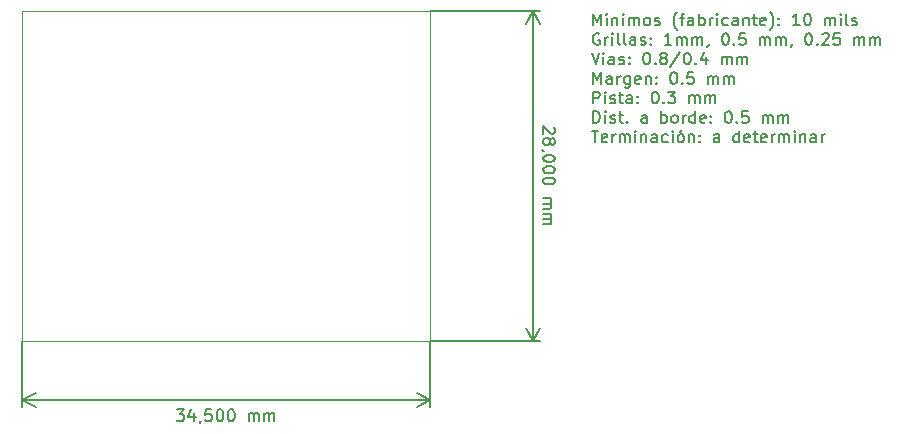
<source format=gbr>
%TF.GenerationSoftware,KiCad,Pcbnew,5.1.10-88a1d61d58~88~ubuntu18.04.1*%
%TF.CreationDate,2021-10-13T20:11:08-03:00*%
%TF.ProjectId,ConversorDCDC,436f6e76-6572-4736-9f72-444344432e6b,1.0*%
%TF.SameCoordinates,Original*%
%TF.FileFunction,OtherDrawing,Comment*%
%FSLAX46Y46*%
G04 Gerber Fmt 4.6, Leading zero omitted, Abs format (unit mm)*
G04 Created by KiCad (PCBNEW 5.1.10-88a1d61d58~88~ubuntu18.04.1) date 2021-10-13 20:11:08*
%MOMM*%
%LPD*%
G01*
G04 APERTURE LIST*
%ADD10C,0.150000*%
%TA.AperFunction,Profile*%
%ADD11C,0.050000*%
%TD*%
G04 APERTURE END LIST*
D10*
X128335595Y-99752380D02*
X128335595Y-98752380D01*
X128668928Y-99466666D01*
X129002261Y-98752380D01*
X129002261Y-99752380D01*
X129478452Y-99752380D02*
X129478452Y-99085714D01*
X129573690Y-98704761D02*
X129430833Y-98847619D01*
X129954642Y-99085714D02*
X129954642Y-99752380D01*
X129954642Y-99180952D02*
X130002261Y-99133333D01*
X130097500Y-99085714D01*
X130240357Y-99085714D01*
X130335595Y-99133333D01*
X130383214Y-99228571D01*
X130383214Y-99752380D01*
X130859404Y-99752380D02*
X130859404Y-99085714D01*
X130859404Y-98752380D02*
X130811785Y-98800000D01*
X130859404Y-98847619D01*
X130907023Y-98800000D01*
X130859404Y-98752380D01*
X130859404Y-98847619D01*
X131335595Y-99752380D02*
X131335595Y-99085714D01*
X131335595Y-99180952D02*
X131383214Y-99133333D01*
X131478452Y-99085714D01*
X131621309Y-99085714D01*
X131716547Y-99133333D01*
X131764166Y-99228571D01*
X131764166Y-99752380D01*
X131764166Y-99228571D02*
X131811785Y-99133333D01*
X131907023Y-99085714D01*
X132049880Y-99085714D01*
X132145119Y-99133333D01*
X132192738Y-99228571D01*
X132192738Y-99752380D01*
X132811785Y-99752380D02*
X132716547Y-99704761D01*
X132668928Y-99657142D01*
X132621309Y-99561904D01*
X132621309Y-99276190D01*
X132668928Y-99180952D01*
X132716547Y-99133333D01*
X132811785Y-99085714D01*
X132954642Y-99085714D01*
X133049880Y-99133333D01*
X133097500Y-99180952D01*
X133145119Y-99276190D01*
X133145119Y-99561904D01*
X133097500Y-99657142D01*
X133049880Y-99704761D01*
X132954642Y-99752380D01*
X132811785Y-99752380D01*
X133526071Y-99704761D02*
X133621309Y-99752380D01*
X133811785Y-99752380D01*
X133907023Y-99704761D01*
X133954642Y-99609523D01*
X133954642Y-99561904D01*
X133907023Y-99466666D01*
X133811785Y-99419047D01*
X133668928Y-99419047D01*
X133573690Y-99371428D01*
X133526071Y-99276190D01*
X133526071Y-99228571D01*
X133573690Y-99133333D01*
X133668928Y-99085714D01*
X133811785Y-99085714D01*
X133907023Y-99133333D01*
X135430833Y-100133333D02*
X135383214Y-100085714D01*
X135287976Y-99942857D01*
X135240357Y-99847619D01*
X135192738Y-99704761D01*
X135145119Y-99466666D01*
X135145119Y-99276190D01*
X135192738Y-99038095D01*
X135240357Y-98895238D01*
X135287976Y-98800000D01*
X135383214Y-98657142D01*
X135430833Y-98609523D01*
X135668928Y-99085714D02*
X136049880Y-99085714D01*
X135811785Y-99752380D02*
X135811785Y-98895238D01*
X135859404Y-98800000D01*
X135954642Y-98752380D01*
X136049880Y-98752380D01*
X136811785Y-99752380D02*
X136811785Y-99228571D01*
X136764166Y-99133333D01*
X136668928Y-99085714D01*
X136478452Y-99085714D01*
X136383214Y-99133333D01*
X136811785Y-99704761D02*
X136716547Y-99752380D01*
X136478452Y-99752380D01*
X136383214Y-99704761D01*
X136335595Y-99609523D01*
X136335595Y-99514285D01*
X136383214Y-99419047D01*
X136478452Y-99371428D01*
X136716547Y-99371428D01*
X136811785Y-99323809D01*
X137287976Y-99752380D02*
X137287976Y-98752380D01*
X137287976Y-99133333D02*
X137383214Y-99085714D01*
X137573690Y-99085714D01*
X137668928Y-99133333D01*
X137716547Y-99180952D01*
X137764166Y-99276190D01*
X137764166Y-99561904D01*
X137716547Y-99657142D01*
X137668928Y-99704761D01*
X137573690Y-99752380D01*
X137383214Y-99752380D01*
X137287976Y-99704761D01*
X138192738Y-99752380D02*
X138192738Y-99085714D01*
X138192738Y-99276190D02*
X138240357Y-99180952D01*
X138287976Y-99133333D01*
X138383214Y-99085714D01*
X138478452Y-99085714D01*
X138811785Y-99752380D02*
X138811785Y-99085714D01*
X138811785Y-98752380D02*
X138764166Y-98800000D01*
X138811785Y-98847619D01*
X138859404Y-98800000D01*
X138811785Y-98752380D01*
X138811785Y-98847619D01*
X139716547Y-99704761D02*
X139621309Y-99752380D01*
X139430833Y-99752380D01*
X139335595Y-99704761D01*
X139287976Y-99657142D01*
X139240357Y-99561904D01*
X139240357Y-99276190D01*
X139287976Y-99180952D01*
X139335595Y-99133333D01*
X139430833Y-99085714D01*
X139621309Y-99085714D01*
X139716547Y-99133333D01*
X140573690Y-99752380D02*
X140573690Y-99228571D01*
X140526071Y-99133333D01*
X140430833Y-99085714D01*
X140240357Y-99085714D01*
X140145119Y-99133333D01*
X140573690Y-99704761D02*
X140478452Y-99752380D01*
X140240357Y-99752380D01*
X140145119Y-99704761D01*
X140097500Y-99609523D01*
X140097500Y-99514285D01*
X140145119Y-99419047D01*
X140240357Y-99371428D01*
X140478452Y-99371428D01*
X140573690Y-99323809D01*
X141049880Y-99085714D02*
X141049880Y-99752380D01*
X141049880Y-99180952D02*
X141097500Y-99133333D01*
X141192738Y-99085714D01*
X141335595Y-99085714D01*
X141430833Y-99133333D01*
X141478452Y-99228571D01*
X141478452Y-99752380D01*
X141811785Y-99085714D02*
X142192738Y-99085714D01*
X141954642Y-98752380D02*
X141954642Y-99609523D01*
X142002261Y-99704761D01*
X142097500Y-99752380D01*
X142192738Y-99752380D01*
X142907023Y-99704761D02*
X142811785Y-99752380D01*
X142621309Y-99752380D01*
X142526071Y-99704761D01*
X142478452Y-99609523D01*
X142478452Y-99228571D01*
X142526071Y-99133333D01*
X142621309Y-99085714D01*
X142811785Y-99085714D01*
X142907023Y-99133333D01*
X142954642Y-99228571D01*
X142954642Y-99323809D01*
X142478452Y-99419047D01*
X143287976Y-100133333D02*
X143335595Y-100085714D01*
X143430833Y-99942857D01*
X143478452Y-99847619D01*
X143526071Y-99704761D01*
X143573690Y-99466666D01*
X143573690Y-99276190D01*
X143526071Y-99038095D01*
X143478452Y-98895238D01*
X143430833Y-98800000D01*
X143335595Y-98657142D01*
X143287976Y-98609523D01*
X144049880Y-99657142D02*
X144097500Y-99704761D01*
X144049880Y-99752380D01*
X144002261Y-99704761D01*
X144049880Y-99657142D01*
X144049880Y-99752380D01*
X144049880Y-99133333D02*
X144097500Y-99180952D01*
X144049880Y-99228571D01*
X144002261Y-99180952D01*
X144049880Y-99133333D01*
X144049880Y-99228571D01*
X145811785Y-99752380D02*
X145240357Y-99752380D01*
X145526071Y-99752380D02*
X145526071Y-98752380D01*
X145430833Y-98895238D01*
X145335595Y-98990476D01*
X145240357Y-99038095D01*
X146430833Y-98752380D02*
X146526071Y-98752380D01*
X146621309Y-98800000D01*
X146668928Y-98847619D01*
X146716547Y-98942857D01*
X146764166Y-99133333D01*
X146764166Y-99371428D01*
X146716547Y-99561904D01*
X146668928Y-99657142D01*
X146621309Y-99704761D01*
X146526071Y-99752380D01*
X146430833Y-99752380D01*
X146335595Y-99704761D01*
X146287976Y-99657142D01*
X146240357Y-99561904D01*
X146192738Y-99371428D01*
X146192738Y-99133333D01*
X146240357Y-98942857D01*
X146287976Y-98847619D01*
X146335595Y-98800000D01*
X146430833Y-98752380D01*
X147954642Y-99752380D02*
X147954642Y-99085714D01*
X147954642Y-99180952D02*
X148002261Y-99133333D01*
X148097500Y-99085714D01*
X148240357Y-99085714D01*
X148335595Y-99133333D01*
X148383214Y-99228571D01*
X148383214Y-99752380D01*
X148383214Y-99228571D02*
X148430833Y-99133333D01*
X148526071Y-99085714D01*
X148668928Y-99085714D01*
X148764166Y-99133333D01*
X148811785Y-99228571D01*
X148811785Y-99752380D01*
X149287976Y-99752380D02*
X149287976Y-99085714D01*
X149287976Y-98752380D02*
X149240357Y-98800000D01*
X149287976Y-98847619D01*
X149335595Y-98800000D01*
X149287976Y-98752380D01*
X149287976Y-98847619D01*
X149907023Y-99752380D02*
X149811785Y-99704761D01*
X149764166Y-99609523D01*
X149764166Y-98752380D01*
X150240357Y-99704761D02*
X150335595Y-99752380D01*
X150526071Y-99752380D01*
X150621309Y-99704761D01*
X150668928Y-99609523D01*
X150668928Y-99561904D01*
X150621309Y-99466666D01*
X150526071Y-99419047D01*
X150383214Y-99419047D01*
X150287976Y-99371428D01*
X150240357Y-99276190D01*
X150240357Y-99228571D01*
X150287976Y-99133333D01*
X150383214Y-99085714D01*
X150526071Y-99085714D01*
X150621309Y-99133333D01*
X128859404Y-100450000D02*
X128764166Y-100402380D01*
X128621309Y-100402380D01*
X128478452Y-100450000D01*
X128383214Y-100545238D01*
X128335595Y-100640476D01*
X128287976Y-100830952D01*
X128287976Y-100973809D01*
X128335595Y-101164285D01*
X128383214Y-101259523D01*
X128478452Y-101354761D01*
X128621309Y-101402380D01*
X128716547Y-101402380D01*
X128859404Y-101354761D01*
X128907023Y-101307142D01*
X128907023Y-100973809D01*
X128716547Y-100973809D01*
X129335595Y-101402380D02*
X129335595Y-100735714D01*
X129335595Y-100926190D02*
X129383214Y-100830952D01*
X129430833Y-100783333D01*
X129526071Y-100735714D01*
X129621309Y-100735714D01*
X129954642Y-101402380D02*
X129954642Y-100735714D01*
X129954642Y-100402380D02*
X129907023Y-100450000D01*
X129954642Y-100497619D01*
X130002261Y-100450000D01*
X129954642Y-100402380D01*
X129954642Y-100497619D01*
X130573690Y-101402380D02*
X130478452Y-101354761D01*
X130430833Y-101259523D01*
X130430833Y-100402380D01*
X131097500Y-101402380D02*
X131002261Y-101354761D01*
X130954642Y-101259523D01*
X130954642Y-100402380D01*
X131907023Y-101402380D02*
X131907023Y-100878571D01*
X131859404Y-100783333D01*
X131764166Y-100735714D01*
X131573690Y-100735714D01*
X131478452Y-100783333D01*
X131907023Y-101354761D02*
X131811785Y-101402380D01*
X131573690Y-101402380D01*
X131478452Y-101354761D01*
X131430833Y-101259523D01*
X131430833Y-101164285D01*
X131478452Y-101069047D01*
X131573690Y-101021428D01*
X131811785Y-101021428D01*
X131907023Y-100973809D01*
X132335595Y-101354761D02*
X132430833Y-101402380D01*
X132621309Y-101402380D01*
X132716547Y-101354761D01*
X132764166Y-101259523D01*
X132764166Y-101211904D01*
X132716547Y-101116666D01*
X132621309Y-101069047D01*
X132478452Y-101069047D01*
X132383214Y-101021428D01*
X132335595Y-100926190D01*
X132335595Y-100878571D01*
X132383214Y-100783333D01*
X132478452Y-100735714D01*
X132621309Y-100735714D01*
X132716547Y-100783333D01*
X133192738Y-101307142D02*
X133240357Y-101354761D01*
X133192738Y-101402380D01*
X133145119Y-101354761D01*
X133192738Y-101307142D01*
X133192738Y-101402380D01*
X133192738Y-100783333D02*
X133240357Y-100830952D01*
X133192738Y-100878571D01*
X133145119Y-100830952D01*
X133192738Y-100783333D01*
X133192738Y-100878571D01*
X134954642Y-101402380D02*
X134383214Y-101402380D01*
X134668928Y-101402380D02*
X134668928Y-100402380D01*
X134573690Y-100545238D01*
X134478452Y-100640476D01*
X134383214Y-100688095D01*
X135383214Y-101402380D02*
X135383214Y-100735714D01*
X135383214Y-100830952D02*
X135430833Y-100783333D01*
X135526071Y-100735714D01*
X135668928Y-100735714D01*
X135764166Y-100783333D01*
X135811785Y-100878571D01*
X135811785Y-101402380D01*
X135811785Y-100878571D02*
X135859404Y-100783333D01*
X135954642Y-100735714D01*
X136097500Y-100735714D01*
X136192738Y-100783333D01*
X136240357Y-100878571D01*
X136240357Y-101402380D01*
X136716547Y-101402380D02*
X136716547Y-100735714D01*
X136716547Y-100830952D02*
X136764166Y-100783333D01*
X136859404Y-100735714D01*
X137002261Y-100735714D01*
X137097500Y-100783333D01*
X137145119Y-100878571D01*
X137145119Y-101402380D01*
X137145119Y-100878571D02*
X137192738Y-100783333D01*
X137287976Y-100735714D01*
X137430833Y-100735714D01*
X137526071Y-100783333D01*
X137573690Y-100878571D01*
X137573690Y-101402380D01*
X138097500Y-101354761D02*
X138097500Y-101402380D01*
X138049880Y-101497619D01*
X138002261Y-101545238D01*
X139478452Y-100402380D02*
X139573690Y-100402380D01*
X139668928Y-100450000D01*
X139716547Y-100497619D01*
X139764166Y-100592857D01*
X139811785Y-100783333D01*
X139811785Y-101021428D01*
X139764166Y-101211904D01*
X139716547Y-101307142D01*
X139668928Y-101354761D01*
X139573690Y-101402380D01*
X139478452Y-101402380D01*
X139383214Y-101354761D01*
X139335595Y-101307142D01*
X139287976Y-101211904D01*
X139240357Y-101021428D01*
X139240357Y-100783333D01*
X139287976Y-100592857D01*
X139335595Y-100497619D01*
X139383214Y-100450000D01*
X139478452Y-100402380D01*
X140240357Y-101307142D02*
X140287976Y-101354761D01*
X140240357Y-101402380D01*
X140192738Y-101354761D01*
X140240357Y-101307142D01*
X140240357Y-101402380D01*
X141192738Y-100402380D02*
X140716547Y-100402380D01*
X140668928Y-100878571D01*
X140716547Y-100830952D01*
X140811785Y-100783333D01*
X141049880Y-100783333D01*
X141145119Y-100830952D01*
X141192738Y-100878571D01*
X141240357Y-100973809D01*
X141240357Y-101211904D01*
X141192738Y-101307142D01*
X141145119Y-101354761D01*
X141049880Y-101402380D01*
X140811785Y-101402380D01*
X140716547Y-101354761D01*
X140668928Y-101307142D01*
X142430833Y-101402380D02*
X142430833Y-100735714D01*
X142430833Y-100830952D02*
X142478452Y-100783333D01*
X142573690Y-100735714D01*
X142716547Y-100735714D01*
X142811785Y-100783333D01*
X142859404Y-100878571D01*
X142859404Y-101402380D01*
X142859404Y-100878571D02*
X142907023Y-100783333D01*
X143002261Y-100735714D01*
X143145119Y-100735714D01*
X143240357Y-100783333D01*
X143287976Y-100878571D01*
X143287976Y-101402380D01*
X143764166Y-101402380D02*
X143764166Y-100735714D01*
X143764166Y-100830952D02*
X143811785Y-100783333D01*
X143907023Y-100735714D01*
X144049880Y-100735714D01*
X144145119Y-100783333D01*
X144192738Y-100878571D01*
X144192738Y-101402380D01*
X144192738Y-100878571D02*
X144240357Y-100783333D01*
X144335595Y-100735714D01*
X144478452Y-100735714D01*
X144573690Y-100783333D01*
X144621309Y-100878571D01*
X144621309Y-101402380D01*
X145145119Y-101354761D02*
X145145119Y-101402380D01*
X145097500Y-101497619D01*
X145049880Y-101545238D01*
X146526071Y-100402380D02*
X146621309Y-100402380D01*
X146716547Y-100450000D01*
X146764166Y-100497619D01*
X146811785Y-100592857D01*
X146859404Y-100783333D01*
X146859404Y-101021428D01*
X146811785Y-101211904D01*
X146764166Y-101307142D01*
X146716547Y-101354761D01*
X146621309Y-101402380D01*
X146526071Y-101402380D01*
X146430833Y-101354761D01*
X146383214Y-101307142D01*
X146335595Y-101211904D01*
X146287976Y-101021428D01*
X146287976Y-100783333D01*
X146335595Y-100592857D01*
X146383214Y-100497619D01*
X146430833Y-100450000D01*
X146526071Y-100402380D01*
X147287976Y-101307142D02*
X147335595Y-101354761D01*
X147287976Y-101402380D01*
X147240357Y-101354761D01*
X147287976Y-101307142D01*
X147287976Y-101402380D01*
X147716547Y-100497619D02*
X147764166Y-100450000D01*
X147859404Y-100402380D01*
X148097500Y-100402380D01*
X148192738Y-100450000D01*
X148240357Y-100497619D01*
X148287976Y-100592857D01*
X148287976Y-100688095D01*
X148240357Y-100830952D01*
X147668928Y-101402380D01*
X148287976Y-101402380D01*
X149192738Y-100402380D02*
X148716547Y-100402380D01*
X148668928Y-100878571D01*
X148716547Y-100830952D01*
X148811785Y-100783333D01*
X149049880Y-100783333D01*
X149145119Y-100830952D01*
X149192738Y-100878571D01*
X149240357Y-100973809D01*
X149240357Y-101211904D01*
X149192738Y-101307142D01*
X149145119Y-101354761D01*
X149049880Y-101402380D01*
X148811785Y-101402380D01*
X148716547Y-101354761D01*
X148668928Y-101307142D01*
X150430833Y-101402380D02*
X150430833Y-100735714D01*
X150430833Y-100830952D02*
X150478452Y-100783333D01*
X150573690Y-100735714D01*
X150716547Y-100735714D01*
X150811785Y-100783333D01*
X150859404Y-100878571D01*
X150859404Y-101402380D01*
X150859404Y-100878571D02*
X150907023Y-100783333D01*
X151002261Y-100735714D01*
X151145119Y-100735714D01*
X151240357Y-100783333D01*
X151287976Y-100878571D01*
X151287976Y-101402380D01*
X151764166Y-101402380D02*
X151764166Y-100735714D01*
X151764166Y-100830952D02*
X151811785Y-100783333D01*
X151907023Y-100735714D01*
X152049880Y-100735714D01*
X152145119Y-100783333D01*
X152192738Y-100878571D01*
X152192738Y-101402380D01*
X152192738Y-100878571D02*
X152240357Y-100783333D01*
X152335595Y-100735714D01*
X152478452Y-100735714D01*
X152573690Y-100783333D01*
X152621309Y-100878571D01*
X152621309Y-101402380D01*
X128192738Y-102052380D02*
X128526071Y-103052380D01*
X128859404Y-102052380D01*
X129192738Y-103052380D02*
X129192738Y-102385714D01*
X129192738Y-102052380D02*
X129145119Y-102100000D01*
X129192738Y-102147619D01*
X129240357Y-102100000D01*
X129192738Y-102052380D01*
X129192738Y-102147619D01*
X130097500Y-103052380D02*
X130097500Y-102528571D01*
X130049880Y-102433333D01*
X129954642Y-102385714D01*
X129764166Y-102385714D01*
X129668928Y-102433333D01*
X130097500Y-103004761D02*
X130002261Y-103052380D01*
X129764166Y-103052380D01*
X129668928Y-103004761D01*
X129621309Y-102909523D01*
X129621309Y-102814285D01*
X129668928Y-102719047D01*
X129764166Y-102671428D01*
X130002261Y-102671428D01*
X130097500Y-102623809D01*
X130526071Y-103004761D02*
X130621309Y-103052380D01*
X130811785Y-103052380D01*
X130907023Y-103004761D01*
X130954642Y-102909523D01*
X130954642Y-102861904D01*
X130907023Y-102766666D01*
X130811785Y-102719047D01*
X130668928Y-102719047D01*
X130573690Y-102671428D01*
X130526071Y-102576190D01*
X130526071Y-102528571D01*
X130573690Y-102433333D01*
X130668928Y-102385714D01*
X130811785Y-102385714D01*
X130907023Y-102433333D01*
X131383214Y-102957142D02*
X131430833Y-103004761D01*
X131383214Y-103052380D01*
X131335595Y-103004761D01*
X131383214Y-102957142D01*
X131383214Y-103052380D01*
X131383214Y-102433333D02*
X131430833Y-102480952D01*
X131383214Y-102528571D01*
X131335595Y-102480952D01*
X131383214Y-102433333D01*
X131383214Y-102528571D01*
X132811785Y-102052380D02*
X132907023Y-102052380D01*
X133002261Y-102100000D01*
X133049880Y-102147619D01*
X133097500Y-102242857D01*
X133145119Y-102433333D01*
X133145119Y-102671428D01*
X133097500Y-102861904D01*
X133049880Y-102957142D01*
X133002261Y-103004761D01*
X132907023Y-103052380D01*
X132811785Y-103052380D01*
X132716547Y-103004761D01*
X132668928Y-102957142D01*
X132621309Y-102861904D01*
X132573690Y-102671428D01*
X132573690Y-102433333D01*
X132621309Y-102242857D01*
X132668928Y-102147619D01*
X132716547Y-102100000D01*
X132811785Y-102052380D01*
X133573690Y-102957142D02*
X133621309Y-103004761D01*
X133573690Y-103052380D01*
X133526071Y-103004761D01*
X133573690Y-102957142D01*
X133573690Y-103052380D01*
X134192738Y-102480952D02*
X134097500Y-102433333D01*
X134049880Y-102385714D01*
X134002261Y-102290476D01*
X134002261Y-102242857D01*
X134049880Y-102147619D01*
X134097500Y-102100000D01*
X134192738Y-102052380D01*
X134383214Y-102052380D01*
X134478452Y-102100000D01*
X134526071Y-102147619D01*
X134573690Y-102242857D01*
X134573690Y-102290476D01*
X134526071Y-102385714D01*
X134478452Y-102433333D01*
X134383214Y-102480952D01*
X134192738Y-102480952D01*
X134097500Y-102528571D01*
X134049880Y-102576190D01*
X134002261Y-102671428D01*
X134002261Y-102861904D01*
X134049880Y-102957142D01*
X134097500Y-103004761D01*
X134192738Y-103052380D01*
X134383214Y-103052380D01*
X134478452Y-103004761D01*
X134526071Y-102957142D01*
X134573690Y-102861904D01*
X134573690Y-102671428D01*
X134526071Y-102576190D01*
X134478452Y-102528571D01*
X134383214Y-102480952D01*
X135716547Y-102004761D02*
X134859404Y-103290476D01*
X136240357Y-102052380D02*
X136335595Y-102052380D01*
X136430833Y-102100000D01*
X136478452Y-102147619D01*
X136526071Y-102242857D01*
X136573690Y-102433333D01*
X136573690Y-102671428D01*
X136526071Y-102861904D01*
X136478452Y-102957142D01*
X136430833Y-103004761D01*
X136335595Y-103052380D01*
X136240357Y-103052380D01*
X136145119Y-103004761D01*
X136097500Y-102957142D01*
X136049880Y-102861904D01*
X136002261Y-102671428D01*
X136002261Y-102433333D01*
X136049880Y-102242857D01*
X136097500Y-102147619D01*
X136145119Y-102100000D01*
X136240357Y-102052380D01*
X137002261Y-102957142D02*
X137049880Y-103004761D01*
X137002261Y-103052380D01*
X136954642Y-103004761D01*
X137002261Y-102957142D01*
X137002261Y-103052380D01*
X137907023Y-102385714D02*
X137907023Y-103052380D01*
X137668928Y-102004761D02*
X137430833Y-102719047D01*
X138049880Y-102719047D01*
X139192738Y-103052380D02*
X139192738Y-102385714D01*
X139192738Y-102480952D02*
X139240357Y-102433333D01*
X139335595Y-102385714D01*
X139478452Y-102385714D01*
X139573690Y-102433333D01*
X139621309Y-102528571D01*
X139621309Y-103052380D01*
X139621309Y-102528571D02*
X139668928Y-102433333D01*
X139764166Y-102385714D01*
X139907023Y-102385714D01*
X140002261Y-102433333D01*
X140049880Y-102528571D01*
X140049880Y-103052380D01*
X140526071Y-103052380D02*
X140526071Y-102385714D01*
X140526071Y-102480952D02*
X140573690Y-102433333D01*
X140668928Y-102385714D01*
X140811785Y-102385714D01*
X140907023Y-102433333D01*
X140954642Y-102528571D01*
X140954642Y-103052380D01*
X140954642Y-102528571D02*
X141002261Y-102433333D01*
X141097500Y-102385714D01*
X141240357Y-102385714D01*
X141335595Y-102433333D01*
X141383214Y-102528571D01*
X141383214Y-103052380D01*
X128335595Y-104702380D02*
X128335595Y-103702380D01*
X128668928Y-104416666D01*
X129002261Y-103702380D01*
X129002261Y-104702380D01*
X129907023Y-104702380D02*
X129907023Y-104178571D01*
X129859404Y-104083333D01*
X129764166Y-104035714D01*
X129573690Y-104035714D01*
X129478452Y-104083333D01*
X129907023Y-104654761D02*
X129811785Y-104702380D01*
X129573690Y-104702380D01*
X129478452Y-104654761D01*
X129430833Y-104559523D01*
X129430833Y-104464285D01*
X129478452Y-104369047D01*
X129573690Y-104321428D01*
X129811785Y-104321428D01*
X129907023Y-104273809D01*
X130383214Y-104702380D02*
X130383214Y-104035714D01*
X130383214Y-104226190D02*
X130430833Y-104130952D01*
X130478452Y-104083333D01*
X130573690Y-104035714D01*
X130668928Y-104035714D01*
X131430833Y-104035714D02*
X131430833Y-104845238D01*
X131383214Y-104940476D01*
X131335595Y-104988095D01*
X131240357Y-105035714D01*
X131097500Y-105035714D01*
X131002261Y-104988095D01*
X131430833Y-104654761D02*
X131335595Y-104702380D01*
X131145119Y-104702380D01*
X131049880Y-104654761D01*
X131002261Y-104607142D01*
X130954642Y-104511904D01*
X130954642Y-104226190D01*
X131002261Y-104130952D01*
X131049880Y-104083333D01*
X131145119Y-104035714D01*
X131335595Y-104035714D01*
X131430833Y-104083333D01*
X132287976Y-104654761D02*
X132192738Y-104702380D01*
X132002261Y-104702380D01*
X131907023Y-104654761D01*
X131859404Y-104559523D01*
X131859404Y-104178571D01*
X131907023Y-104083333D01*
X132002261Y-104035714D01*
X132192738Y-104035714D01*
X132287976Y-104083333D01*
X132335595Y-104178571D01*
X132335595Y-104273809D01*
X131859404Y-104369047D01*
X132764166Y-104035714D02*
X132764166Y-104702380D01*
X132764166Y-104130952D02*
X132811785Y-104083333D01*
X132907023Y-104035714D01*
X133049880Y-104035714D01*
X133145119Y-104083333D01*
X133192738Y-104178571D01*
X133192738Y-104702380D01*
X133668928Y-104607142D02*
X133716547Y-104654761D01*
X133668928Y-104702380D01*
X133621309Y-104654761D01*
X133668928Y-104607142D01*
X133668928Y-104702380D01*
X133668928Y-104083333D02*
X133716547Y-104130952D01*
X133668928Y-104178571D01*
X133621309Y-104130952D01*
X133668928Y-104083333D01*
X133668928Y-104178571D01*
X135097500Y-103702380D02*
X135192738Y-103702380D01*
X135287976Y-103750000D01*
X135335595Y-103797619D01*
X135383214Y-103892857D01*
X135430833Y-104083333D01*
X135430833Y-104321428D01*
X135383214Y-104511904D01*
X135335595Y-104607142D01*
X135287976Y-104654761D01*
X135192738Y-104702380D01*
X135097500Y-104702380D01*
X135002261Y-104654761D01*
X134954642Y-104607142D01*
X134907023Y-104511904D01*
X134859404Y-104321428D01*
X134859404Y-104083333D01*
X134907023Y-103892857D01*
X134954642Y-103797619D01*
X135002261Y-103750000D01*
X135097500Y-103702380D01*
X135859404Y-104607142D02*
X135907023Y-104654761D01*
X135859404Y-104702380D01*
X135811785Y-104654761D01*
X135859404Y-104607142D01*
X135859404Y-104702380D01*
X136811785Y-103702380D02*
X136335595Y-103702380D01*
X136287976Y-104178571D01*
X136335595Y-104130952D01*
X136430833Y-104083333D01*
X136668928Y-104083333D01*
X136764166Y-104130952D01*
X136811785Y-104178571D01*
X136859404Y-104273809D01*
X136859404Y-104511904D01*
X136811785Y-104607142D01*
X136764166Y-104654761D01*
X136668928Y-104702380D01*
X136430833Y-104702380D01*
X136335595Y-104654761D01*
X136287976Y-104607142D01*
X138049880Y-104702380D02*
X138049880Y-104035714D01*
X138049880Y-104130952D02*
X138097500Y-104083333D01*
X138192738Y-104035714D01*
X138335595Y-104035714D01*
X138430833Y-104083333D01*
X138478452Y-104178571D01*
X138478452Y-104702380D01*
X138478452Y-104178571D02*
X138526071Y-104083333D01*
X138621309Y-104035714D01*
X138764166Y-104035714D01*
X138859404Y-104083333D01*
X138907023Y-104178571D01*
X138907023Y-104702380D01*
X139383214Y-104702380D02*
X139383214Y-104035714D01*
X139383214Y-104130952D02*
X139430833Y-104083333D01*
X139526071Y-104035714D01*
X139668928Y-104035714D01*
X139764166Y-104083333D01*
X139811785Y-104178571D01*
X139811785Y-104702380D01*
X139811785Y-104178571D02*
X139859404Y-104083333D01*
X139954642Y-104035714D01*
X140097500Y-104035714D01*
X140192738Y-104083333D01*
X140240357Y-104178571D01*
X140240357Y-104702380D01*
X128335595Y-106352380D02*
X128335595Y-105352380D01*
X128716547Y-105352380D01*
X128811785Y-105400000D01*
X128859404Y-105447619D01*
X128907023Y-105542857D01*
X128907023Y-105685714D01*
X128859404Y-105780952D01*
X128811785Y-105828571D01*
X128716547Y-105876190D01*
X128335595Y-105876190D01*
X129335595Y-106352380D02*
X129335595Y-105685714D01*
X129335595Y-105352380D02*
X129287976Y-105400000D01*
X129335595Y-105447619D01*
X129383214Y-105400000D01*
X129335595Y-105352380D01*
X129335595Y-105447619D01*
X129764166Y-106304761D02*
X129859404Y-106352380D01*
X130049880Y-106352380D01*
X130145119Y-106304761D01*
X130192738Y-106209523D01*
X130192738Y-106161904D01*
X130145119Y-106066666D01*
X130049880Y-106019047D01*
X129907023Y-106019047D01*
X129811785Y-105971428D01*
X129764166Y-105876190D01*
X129764166Y-105828571D01*
X129811785Y-105733333D01*
X129907023Y-105685714D01*
X130049880Y-105685714D01*
X130145119Y-105733333D01*
X130478452Y-105685714D02*
X130859404Y-105685714D01*
X130621309Y-105352380D02*
X130621309Y-106209523D01*
X130668928Y-106304761D01*
X130764166Y-106352380D01*
X130859404Y-106352380D01*
X131621309Y-106352380D02*
X131621309Y-105828571D01*
X131573690Y-105733333D01*
X131478452Y-105685714D01*
X131287976Y-105685714D01*
X131192738Y-105733333D01*
X131621309Y-106304761D02*
X131526071Y-106352380D01*
X131287976Y-106352380D01*
X131192738Y-106304761D01*
X131145119Y-106209523D01*
X131145119Y-106114285D01*
X131192738Y-106019047D01*
X131287976Y-105971428D01*
X131526071Y-105971428D01*
X131621309Y-105923809D01*
X132097500Y-106257142D02*
X132145119Y-106304761D01*
X132097500Y-106352380D01*
X132049880Y-106304761D01*
X132097500Y-106257142D01*
X132097500Y-106352380D01*
X132097500Y-105733333D02*
X132145119Y-105780952D01*
X132097500Y-105828571D01*
X132049880Y-105780952D01*
X132097500Y-105733333D01*
X132097500Y-105828571D01*
X133526071Y-105352380D02*
X133621309Y-105352380D01*
X133716547Y-105400000D01*
X133764166Y-105447619D01*
X133811785Y-105542857D01*
X133859404Y-105733333D01*
X133859404Y-105971428D01*
X133811785Y-106161904D01*
X133764166Y-106257142D01*
X133716547Y-106304761D01*
X133621309Y-106352380D01*
X133526071Y-106352380D01*
X133430833Y-106304761D01*
X133383214Y-106257142D01*
X133335595Y-106161904D01*
X133287976Y-105971428D01*
X133287976Y-105733333D01*
X133335595Y-105542857D01*
X133383214Y-105447619D01*
X133430833Y-105400000D01*
X133526071Y-105352380D01*
X134287976Y-106257142D02*
X134335595Y-106304761D01*
X134287976Y-106352380D01*
X134240357Y-106304761D01*
X134287976Y-106257142D01*
X134287976Y-106352380D01*
X134668928Y-105352380D02*
X135287976Y-105352380D01*
X134954642Y-105733333D01*
X135097500Y-105733333D01*
X135192738Y-105780952D01*
X135240357Y-105828571D01*
X135287976Y-105923809D01*
X135287976Y-106161904D01*
X135240357Y-106257142D01*
X135192738Y-106304761D01*
X135097500Y-106352380D01*
X134811785Y-106352380D01*
X134716547Y-106304761D01*
X134668928Y-106257142D01*
X136478452Y-106352380D02*
X136478452Y-105685714D01*
X136478452Y-105780952D02*
X136526071Y-105733333D01*
X136621309Y-105685714D01*
X136764166Y-105685714D01*
X136859404Y-105733333D01*
X136907023Y-105828571D01*
X136907023Y-106352380D01*
X136907023Y-105828571D02*
X136954642Y-105733333D01*
X137049880Y-105685714D01*
X137192738Y-105685714D01*
X137287976Y-105733333D01*
X137335595Y-105828571D01*
X137335595Y-106352380D01*
X137811785Y-106352380D02*
X137811785Y-105685714D01*
X137811785Y-105780952D02*
X137859404Y-105733333D01*
X137954642Y-105685714D01*
X138097500Y-105685714D01*
X138192738Y-105733333D01*
X138240357Y-105828571D01*
X138240357Y-106352380D01*
X138240357Y-105828571D02*
X138287976Y-105733333D01*
X138383214Y-105685714D01*
X138526071Y-105685714D01*
X138621309Y-105733333D01*
X138668928Y-105828571D01*
X138668928Y-106352380D01*
X128335595Y-108002380D02*
X128335595Y-107002380D01*
X128573690Y-107002380D01*
X128716547Y-107050000D01*
X128811785Y-107145238D01*
X128859404Y-107240476D01*
X128907023Y-107430952D01*
X128907023Y-107573809D01*
X128859404Y-107764285D01*
X128811785Y-107859523D01*
X128716547Y-107954761D01*
X128573690Y-108002380D01*
X128335595Y-108002380D01*
X129335595Y-108002380D02*
X129335595Y-107335714D01*
X129335595Y-107002380D02*
X129287976Y-107050000D01*
X129335595Y-107097619D01*
X129383214Y-107050000D01*
X129335595Y-107002380D01*
X129335595Y-107097619D01*
X129764166Y-107954761D02*
X129859404Y-108002380D01*
X130049880Y-108002380D01*
X130145119Y-107954761D01*
X130192738Y-107859523D01*
X130192738Y-107811904D01*
X130145119Y-107716666D01*
X130049880Y-107669047D01*
X129907023Y-107669047D01*
X129811785Y-107621428D01*
X129764166Y-107526190D01*
X129764166Y-107478571D01*
X129811785Y-107383333D01*
X129907023Y-107335714D01*
X130049880Y-107335714D01*
X130145119Y-107383333D01*
X130478452Y-107335714D02*
X130859404Y-107335714D01*
X130621309Y-107002380D02*
X130621309Y-107859523D01*
X130668928Y-107954761D01*
X130764166Y-108002380D01*
X130859404Y-108002380D01*
X131192738Y-107907142D02*
X131240357Y-107954761D01*
X131192738Y-108002380D01*
X131145119Y-107954761D01*
X131192738Y-107907142D01*
X131192738Y-108002380D01*
X132859404Y-108002380D02*
X132859404Y-107478571D01*
X132811785Y-107383333D01*
X132716547Y-107335714D01*
X132526071Y-107335714D01*
X132430833Y-107383333D01*
X132859404Y-107954761D02*
X132764166Y-108002380D01*
X132526071Y-108002380D01*
X132430833Y-107954761D01*
X132383214Y-107859523D01*
X132383214Y-107764285D01*
X132430833Y-107669047D01*
X132526071Y-107621428D01*
X132764166Y-107621428D01*
X132859404Y-107573809D01*
X134097500Y-108002380D02*
X134097500Y-107002380D01*
X134097500Y-107383333D02*
X134192738Y-107335714D01*
X134383214Y-107335714D01*
X134478452Y-107383333D01*
X134526071Y-107430952D01*
X134573690Y-107526190D01*
X134573690Y-107811904D01*
X134526071Y-107907142D01*
X134478452Y-107954761D01*
X134383214Y-108002380D01*
X134192738Y-108002380D01*
X134097500Y-107954761D01*
X135145119Y-108002380D02*
X135049880Y-107954761D01*
X135002261Y-107907142D01*
X134954642Y-107811904D01*
X134954642Y-107526190D01*
X135002261Y-107430952D01*
X135049880Y-107383333D01*
X135145119Y-107335714D01*
X135287976Y-107335714D01*
X135383214Y-107383333D01*
X135430833Y-107430952D01*
X135478452Y-107526190D01*
X135478452Y-107811904D01*
X135430833Y-107907142D01*
X135383214Y-107954761D01*
X135287976Y-108002380D01*
X135145119Y-108002380D01*
X135907023Y-108002380D02*
X135907023Y-107335714D01*
X135907023Y-107526190D02*
X135954642Y-107430952D01*
X136002261Y-107383333D01*
X136097500Y-107335714D01*
X136192738Y-107335714D01*
X136954642Y-108002380D02*
X136954642Y-107002380D01*
X136954642Y-107954761D02*
X136859404Y-108002380D01*
X136668928Y-108002380D01*
X136573690Y-107954761D01*
X136526071Y-107907142D01*
X136478452Y-107811904D01*
X136478452Y-107526190D01*
X136526071Y-107430952D01*
X136573690Y-107383333D01*
X136668928Y-107335714D01*
X136859404Y-107335714D01*
X136954642Y-107383333D01*
X137811785Y-107954761D02*
X137716547Y-108002380D01*
X137526071Y-108002380D01*
X137430833Y-107954761D01*
X137383214Y-107859523D01*
X137383214Y-107478571D01*
X137430833Y-107383333D01*
X137526071Y-107335714D01*
X137716547Y-107335714D01*
X137811785Y-107383333D01*
X137859404Y-107478571D01*
X137859404Y-107573809D01*
X137383214Y-107669047D01*
X138287976Y-107907142D02*
X138335595Y-107954761D01*
X138287976Y-108002380D01*
X138240357Y-107954761D01*
X138287976Y-107907142D01*
X138287976Y-108002380D01*
X138287976Y-107383333D02*
X138335595Y-107430952D01*
X138287976Y-107478571D01*
X138240357Y-107430952D01*
X138287976Y-107383333D01*
X138287976Y-107478571D01*
X139716547Y-107002380D02*
X139811785Y-107002380D01*
X139907023Y-107050000D01*
X139954642Y-107097619D01*
X140002261Y-107192857D01*
X140049880Y-107383333D01*
X140049880Y-107621428D01*
X140002261Y-107811904D01*
X139954642Y-107907142D01*
X139907023Y-107954761D01*
X139811785Y-108002380D01*
X139716547Y-108002380D01*
X139621309Y-107954761D01*
X139573690Y-107907142D01*
X139526071Y-107811904D01*
X139478452Y-107621428D01*
X139478452Y-107383333D01*
X139526071Y-107192857D01*
X139573690Y-107097619D01*
X139621309Y-107050000D01*
X139716547Y-107002380D01*
X140478452Y-107907142D02*
X140526071Y-107954761D01*
X140478452Y-108002380D01*
X140430833Y-107954761D01*
X140478452Y-107907142D01*
X140478452Y-108002380D01*
X141430833Y-107002380D02*
X140954642Y-107002380D01*
X140907023Y-107478571D01*
X140954642Y-107430952D01*
X141049880Y-107383333D01*
X141287976Y-107383333D01*
X141383214Y-107430952D01*
X141430833Y-107478571D01*
X141478452Y-107573809D01*
X141478452Y-107811904D01*
X141430833Y-107907142D01*
X141383214Y-107954761D01*
X141287976Y-108002380D01*
X141049880Y-108002380D01*
X140954642Y-107954761D01*
X140907023Y-107907142D01*
X142668928Y-108002380D02*
X142668928Y-107335714D01*
X142668928Y-107430952D02*
X142716547Y-107383333D01*
X142811785Y-107335714D01*
X142954642Y-107335714D01*
X143049880Y-107383333D01*
X143097500Y-107478571D01*
X143097500Y-108002380D01*
X143097500Y-107478571D02*
X143145119Y-107383333D01*
X143240357Y-107335714D01*
X143383214Y-107335714D01*
X143478452Y-107383333D01*
X143526071Y-107478571D01*
X143526071Y-108002380D01*
X144002261Y-108002380D02*
X144002261Y-107335714D01*
X144002261Y-107430952D02*
X144049880Y-107383333D01*
X144145119Y-107335714D01*
X144287976Y-107335714D01*
X144383214Y-107383333D01*
X144430833Y-107478571D01*
X144430833Y-108002380D01*
X144430833Y-107478571D02*
X144478452Y-107383333D01*
X144573690Y-107335714D01*
X144716547Y-107335714D01*
X144811785Y-107383333D01*
X144859404Y-107478571D01*
X144859404Y-108002380D01*
X128192738Y-108652380D02*
X128764166Y-108652380D01*
X128478452Y-109652380D02*
X128478452Y-108652380D01*
X129478452Y-109604761D02*
X129383214Y-109652380D01*
X129192738Y-109652380D01*
X129097500Y-109604761D01*
X129049880Y-109509523D01*
X129049880Y-109128571D01*
X129097500Y-109033333D01*
X129192738Y-108985714D01*
X129383214Y-108985714D01*
X129478452Y-109033333D01*
X129526071Y-109128571D01*
X129526071Y-109223809D01*
X129049880Y-109319047D01*
X129954642Y-109652380D02*
X129954642Y-108985714D01*
X129954642Y-109176190D02*
X130002261Y-109080952D01*
X130049880Y-109033333D01*
X130145119Y-108985714D01*
X130240357Y-108985714D01*
X130573690Y-109652380D02*
X130573690Y-108985714D01*
X130573690Y-109080952D02*
X130621309Y-109033333D01*
X130716547Y-108985714D01*
X130859404Y-108985714D01*
X130954642Y-109033333D01*
X131002261Y-109128571D01*
X131002261Y-109652380D01*
X131002261Y-109128571D02*
X131049880Y-109033333D01*
X131145119Y-108985714D01*
X131287976Y-108985714D01*
X131383214Y-109033333D01*
X131430833Y-109128571D01*
X131430833Y-109652380D01*
X131907023Y-109652380D02*
X131907023Y-108985714D01*
X131907023Y-108652380D02*
X131859404Y-108700000D01*
X131907023Y-108747619D01*
X131954642Y-108700000D01*
X131907023Y-108652380D01*
X131907023Y-108747619D01*
X132383214Y-108985714D02*
X132383214Y-109652380D01*
X132383214Y-109080952D02*
X132430833Y-109033333D01*
X132526071Y-108985714D01*
X132668928Y-108985714D01*
X132764166Y-109033333D01*
X132811785Y-109128571D01*
X132811785Y-109652380D01*
X133716547Y-109652380D02*
X133716547Y-109128571D01*
X133668928Y-109033333D01*
X133573690Y-108985714D01*
X133383214Y-108985714D01*
X133287976Y-109033333D01*
X133716547Y-109604761D02*
X133621309Y-109652380D01*
X133383214Y-109652380D01*
X133287976Y-109604761D01*
X133240357Y-109509523D01*
X133240357Y-109414285D01*
X133287976Y-109319047D01*
X133383214Y-109271428D01*
X133621309Y-109271428D01*
X133716547Y-109223809D01*
X134621309Y-109604761D02*
X134526071Y-109652380D01*
X134335595Y-109652380D01*
X134240357Y-109604761D01*
X134192738Y-109557142D01*
X134145119Y-109461904D01*
X134145119Y-109176190D01*
X134192738Y-109080952D01*
X134240357Y-109033333D01*
X134335595Y-108985714D01*
X134526071Y-108985714D01*
X134621309Y-109033333D01*
X135049880Y-109652380D02*
X135049880Y-108985714D01*
X135049880Y-108652380D02*
X135002261Y-108700000D01*
X135049880Y-108747619D01*
X135097500Y-108700000D01*
X135049880Y-108652380D01*
X135049880Y-108747619D01*
X135668928Y-109652380D02*
X135573690Y-109604761D01*
X135526071Y-109557142D01*
X135478452Y-109461904D01*
X135478452Y-109176190D01*
X135526071Y-109080952D01*
X135573690Y-109033333D01*
X135668928Y-108985714D01*
X135811785Y-108985714D01*
X135907023Y-109033333D01*
X135954642Y-109080952D01*
X136002261Y-109176190D01*
X136002261Y-109461904D01*
X135954642Y-109557142D01*
X135907023Y-109604761D01*
X135811785Y-109652380D01*
X135668928Y-109652380D01*
X135859404Y-108604761D02*
X135716547Y-108747619D01*
X136430833Y-108985714D02*
X136430833Y-109652380D01*
X136430833Y-109080952D02*
X136478452Y-109033333D01*
X136573690Y-108985714D01*
X136716547Y-108985714D01*
X136811785Y-109033333D01*
X136859404Y-109128571D01*
X136859404Y-109652380D01*
X137335595Y-109557142D02*
X137383214Y-109604761D01*
X137335595Y-109652380D01*
X137287976Y-109604761D01*
X137335595Y-109557142D01*
X137335595Y-109652380D01*
X137335595Y-109033333D02*
X137383214Y-109080952D01*
X137335595Y-109128571D01*
X137287976Y-109080952D01*
X137335595Y-109033333D01*
X137335595Y-109128571D01*
X139002261Y-109652380D02*
X139002261Y-109128571D01*
X138954642Y-109033333D01*
X138859404Y-108985714D01*
X138668928Y-108985714D01*
X138573690Y-109033333D01*
X139002261Y-109604761D02*
X138907023Y-109652380D01*
X138668928Y-109652380D01*
X138573690Y-109604761D01*
X138526071Y-109509523D01*
X138526071Y-109414285D01*
X138573690Y-109319047D01*
X138668928Y-109271428D01*
X138907023Y-109271428D01*
X139002261Y-109223809D01*
X140668928Y-109652380D02*
X140668928Y-108652380D01*
X140668928Y-109604761D02*
X140573690Y-109652380D01*
X140383214Y-109652380D01*
X140287976Y-109604761D01*
X140240357Y-109557142D01*
X140192738Y-109461904D01*
X140192738Y-109176190D01*
X140240357Y-109080952D01*
X140287976Y-109033333D01*
X140383214Y-108985714D01*
X140573690Y-108985714D01*
X140668928Y-109033333D01*
X141526071Y-109604761D02*
X141430833Y-109652380D01*
X141240357Y-109652380D01*
X141145119Y-109604761D01*
X141097500Y-109509523D01*
X141097500Y-109128571D01*
X141145119Y-109033333D01*
X141240357Y-108985714D01*
X141430833Y-108985714D01*
X141526071Y-109033333D01*
X141573690Y-109128571D01*
X141573690Y-109223809D01*
X141097500Y-109319047D01*
X141859404Y-108985714D02*
X142240357Y-108985714D01*
X142002261Y-108652380D02*
X142002261Y-109509523D01*
X142049880Y-109604761D01*
X142145119Y-109652380D01*
X142240357Y-109652380D01*
X142954642Y-109604761D02*
X142859404Y-109652380D01*
X142668928Y-109652380D01*
X142573690Y-109604761D01*
X142526071Y-109509523D01*
X142526071Y-109128571D01*
X142573690Y-109033333D01*
X142668928Y-108985714D01*
X142859404Y-108985714D01*
X142954642Y-109033333D01*
X143002261Y-109128571D01*
X143002261Y-109223809D01*
X142526071Y-109319047D01*
X143430833Y-109652380D02*
X143430833Y-108985714D01*
X143430833Y-109176190D02*
X143478452Y-109080952D01*
X143526071Y-109033333D01*
X143621309Y-108985714D01*
X143716547Y-108985714D01*
X144049880Y-109652380D02*
X144049880Y-108985714D01*
X144049880Y-109080952D02*
X144097500Y-109033333D01*
X144192738Y-108985714D01*
X144335595Y-108985714D01*
X144430833Y-109033333D01*
X144478452Y-109128571D01*
X144478452Y-109652380D01*
X144478452Y-109128571D02*
X144526071Y-109033333D01*
X144621309Y-108985714D01*
X144764166Y-108985714D01*
X144859404Y-109033333D01*
X144907023Y-109128571D01*
X144907023Y-109652380D01*
X145383214Y-109652380D02*
X145383214Y-108985714D01*
X145383214Y-108652380D02*
X145335595Y-108700000D01*
X145383214Y-108747619D01*
X145430833Y-108700000D01*
X145383214Y-108652380D01*
X145383214Y-108747619D01*
X145859404Y-108985714D02*
X145859404Y-109652380D01*
X145859404Y-109080952D02*
X145907023Y-109033333D01*
X146002261Y-108985714D01*
X146145119Y-108985714D01*
X146240357Y-109033333D01*
X146287976Y-109128571D01*
X146287976Y-109652380D01*
X147192738Y-109652380D02*
X147192738Y-109128571D01*
X147145119Y-109033333D01*
X147049880Y-108985714D01*
X146859404Y-108985714D01*
X146764166Y-109033333D01*
X147192738Y-109604761D02*
X147097500Y-109652380D01*
X146859404Y-109652380D01*
X146764166Y-109604761D01*
X146716547Y-109509523D01*
X146716547Y-109414285D01*
X146764166Y-109319047D01*
X146859404Y-109271428D01*
X147097500Y-109271428D01*
X147192738Y-109223809D01*
X147668928Y-109652380D02*
X147668928Y-108985714D01*
X147668928Y-109176190D02*
X147716547Y-109080952D01*
X147764166Y-109033333D01*
X147859404Y-108985714D01*
X147954642Y-108985714D01*
X93059523Y-132252380D02*
X93678571Y-132252380D01*
X93345238Y-132633333D01*
X93488095Y-132633333D01*
X93583333Y-132680952D01*
X93630952Y-132728571D01*
X93678571Y-132823809D01*
X93678571Y-133061904D01*
X93630952Y-133157142D01*
X93583333Y-133204761D01*
X93488095Y-133252380D01*
X93202380Y-133252380D01*
X93107142Y-133204761D01*
X93059523Y-133157142D01*
X94535714Y-132585714D02*
X94535714Y-133252380D01*
X94297619Y-132204761D02*
X94059523Y-132919047D01*
X94678571Y-132919047D01*
X95107142Y-133204761D02*
X95107142Y-133252380D01*
X95059523Y-133347619D01*
X95011904Y-133395238D01*
X96011904Y-132252380D02*
X95535714Y-132252380D01*
X95488095Y-132728571D01*
X95535714Y-132680952D01*
X95630952Y-132633333D01*
X95869047Y-132633333D01*
X95964285Y-132680952D01*
X96011904Y-132728571D01*
X96059523Y-132823809D01*
X96059523Y-133061904D01*
X96011904Y-133157142D01*
X95964285Y-133204761D01*
X95869047Y-133252380D01*
X95630952Y-133252380D01*
X95535714Y-133204761D01*
X95488095Y-133157142D01*
X96678571Y-132252380D02*
X96773809Y-132252380D01*
X96869047Y-132300000D01*
X96916666Y-132347619D01*
X96964285Y-132442857D01*
X97011904Y-132633333D01*
X97011904Y-132871428D01*
X96964285Y-133061904D01*
X96916666Y-133157142D01*
X96869047Y-133204761D01*
X96773809Y-133252380D01*
X96678571Y-133252380D01*
X96583333Y-133204761D01*
X96535714Y-133157142D01*
X96488095Y-133061904D01*
X96440476Y-132871428D01*
X96440476Y-132633333D01*
X96488095Y-132442857D01*
X96535714Y-132347619D01*
X96583333Y-132300000D01*
X96678571Y-132252380D01*
X97630952Y-132252380D02*
X97726190Y-132252380D01*
X97821428Y-132300000D01*
X97869047Y-132347619D01*
X97916666Y-132442857D01*
X97964285Y-132633333D01*
X97964285Y-132871428D01*
X97916666Y-133061904D01*
X97869047Y-133157142D01*
X97821428Y-133204761D01*
X97726190Y-133252380D01*
X97630952Y-133252380D01*
X97535714Y-133204761D01*
X97488095Y-133157142D01*
X97440476Y-133061904D01*
X97392857Y-132871428D01*
X97392857Y-132633333D01*
X97440476Y-132442857D01*
X97488095Y-132347619D01*
X97535714Y-132300000D01*
X97630952Y-132252380D01*
X99154761Y-133252380D02*
X99154761Y-132585714D01*
X99154761Y-132680952D02*
X99202380Y-132633333D01*
X99297619Y-132585714D01*
X99440476Y-132585714D01*
X99535714Y-132633333D01*
X99583333Y-132728571D01*
X99583333Y-133252380D01*
X99583333Y-132728571D02*
X99630952Y-132633333D01*
X99726190Y-132585714D01*
X99869047Y-132585714D01*
X99964285Y-132633333D01*
X100011904Y-132728571D01*
X100011904Y-133252380D01*
X100488095Y-133252380D02*
X100488095Y-132585714D01*
X100488095Y-132680952D02*
X100535714Y-132633333D01*
X100630952Y-132585714D01*
X100773809Y-132585714D01*
X100869047Y-132633333D01*
X100916666Y-132728571D01*
X100916666Y-133252380D01*
X100916666Y-132728571D02*
X100964285Y-132633333D01*
X101059523Y-132585714D01*
X101202380Y-132585714D01*
X101297619Y-132633333D01*
X101345238Y-132728571D01*
X101345238Y-133252380D01*
X114500000Y-131500000D02*
X80000000Y-131500000D01*
X114500000Y-126500000D02*
X114500000Y-132086421D01*
X80000000Y-126500000D02*
X80000000Y-132086421D01*
X80000000Y-131500000D02*
X81126504Y-130913579D01*
X80000000Y-131500000D02*
X81126504Y-132086421D01*
X114500000Y-131500000D02*
X113373496Y-130913579D01*
X114500000Y-131500000D02*
X113373496Y-132086421D01*
X125002380Y-108357142D02*
X125050000Y-108404761D01*
X125097619Y-108500000D01*
X125097619Y-108738095D01*
X125050000Y-108833333D01*
X125002380Y-108880952D01*
X124907142Y-108928571D01*
X124811904Y-108928571D01*
X124669047Y-108880952D01*
X124097619Y-108309523D01*
X124097619Y-108928571D01*
X124669047Y-109500000D02*
X124716666Y-109404761D01*
X124764285Y-109357142D01*
X124859523Y-109309523D01*
X124907142Y-109309523D01*
X125002380Y-109357142D01*
X125050000Y-109404761D01*
X125097619Y-109500000D01*
X125097619Y-109690476D01*
X125050000Y-109785714D01*
X125002380Y-109833333D01*
X124907142Y-109880952D01*
X124859523Y-109880952D01*
X124764285Y-109833333D01*
X124716666Y-109785714D01*
X124669047Y-109690476D01*
X124669047Y-109500000D01*
X124621428Y-109404761D01*
X124573809Y-109357142D01*
X124478571Y-109309523D01*
X124288095Y-109309523D01*
X124192857Y-109357142D01*
X124145238Y-109404761D01*
X124097619Y-109500000D01*
X124097619Y-109690476D01*
X124145238Y-109785714D01*
X124192857Y-109833333D01*
X124288095Y-109880952D01*
X124478571Y-109880952D01*
X124573809Y-109833333D01*
X124621428Y-109785714D01*
X124669047Y-109690476D01*
X124145238Y-110357142D02*
X124097619Y-110357142D01*
X124002380Y-110309523D01*
X123954761Y-110261904D01*
X125097619Y-110976190D02*
X125097619Y-111071428D01*
X125050000Y-111166666D01*
X125002380Y-111214285D01*
X124907142Y-111261904D01*
X124716666Y-111309523D01*
X124478571Y-111309523D01*
X124288095Y-111261904D01*
X124192857Y-111214285D01*
X124145238Y-111166666D01*
X124097619Y-111071428D01*
X124097619Y-110976190D01*
X124145238Y-110880952D01*
X124192857Y-110833333D01*
X124288095Y-110785714D01*
X124478571Y-110738095D01*
X124716666Y-110738095D01*
X124907142Y-110785714D01*
X125002380Y-110833333D01*
X125050000Y-110880952D01*
X125097619Y-110976190D01*
X125097619Y-111928571D02*
X125097619Y-112023809D01*
X125050000Y-112119047D01*
X125002380Y-112166666D01*
X124907142Y-112214285D01*
X124716666Y-112261904D01*
X124478571Y-112261904D01*
X124288095Y-112214285D01*
X124192857Y-112166666D01*
X124145238Y-112119047D01*
X124097619Y-112023809D01*
X124097619Y-111928571D01*
X124145238Y-111833333D01*
X124192857Y-111785714D01*
X124288095Y-111738095D01*
X124478571Y-111690476D01*
X124716666Y-111690476D01*
X124907142Y-111738095D01*
X125002380Y-111785714D01*
X125050000Y-111833333D01*
X125097619Y-111928571D01*
X125097619Y-112880952D02*
X125097619Y-112976190D01*
X125050000Y-113071428D01*
X125002380Y-113119047D01*
X124907142Y-113166666D01*
X124716666Y-113214285D01*
X124478571Y-113214285D01*
X124288095Y-113166666D01*
X124192857Y-113119047D01*
X124145238Y-113071428D01*
X124097619Y-112976190D01*
X124097619Y-112880952D01*
X124145238Y-112785714D01*
X124192857Y-112738095D01*
X124288095Y-112690476D01*
X124478571Y-112642857D01*
X124716666Y-112642857D01*
X124907142Y-112690476D01*
X125002380Y-112738095D01*
X125050000Y-112785714D01*
X125097619Y-112880952D01*
X124097619Y-114404761D02*
X124764285Y-114404761D01*
X124669047Y-114404761D02*
X124716666Y-114452380D01*
X124764285Y-114547619D01*
X124764285Y-114690476D01*
X124716666Y-114785714D01*
X124621428Y-114833333D01*
X124097619Y-114833333D01*
X124621428Y-114833333D02*
X124716666Y-114880952D01*
X124764285Y-114976190D01*
X124764285Y-115119047D01*
X124716666Y-115214285D01*
X124621428Y-115261904D01*
X124097619Y-115261904D01*
X124097619Y-115738095D02*
X124764285Y-115738095D01*
X124669047Y-115738095D02*
X124716666Y-115785714D01*
X124764285Y-115880952D01*
X124764285Y-116023809D01*
X124716666Y-116119047D01*
X124621428Y-116166666D01*
X124097619Y-116166666D01*
X124621428Y-116166666D02*
X124716666Y-116214285D01*
X124764285Y-116309523D01*
X124764285Y-116452380D01*
X124716666Y-116547619D01*
X124621428Y-116595238D01*
X124097619Y-116595238D01*
X123250000Y-98500000D02*
X123250000Y-126500000D01*
X114500000Y-98500000D02*
X123836421Y-98500000D01*
X114500000Y-126500000D02*
X123836421Y-126500000D01*
X123250000Y-126500000D02*
X122663579Y-125373496D01*
X123250000Y-126500000D02*
X123836421Y-125373496D01*
X123250000Y-98500000D02*
X122663579Y-99626504D01*
X123250000Y-98500000D02*
X123836421Y-99626504D01*
D11*
X80000000Y-126500000D02*
X80000000Y-98500000D01*
X114500000Y-126500000D02*
X80000000Y-126500000D01*
X114500000Y-98500000D02*
X114500000Y-126500000D01*
X80000000Y-98500000D02*
X114500000Y-98500000D01*
M02*

</source>
